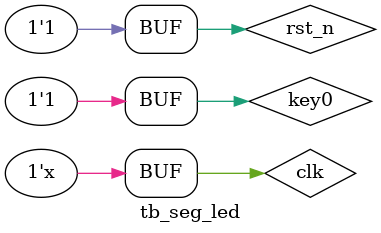
<source format=v>
`timescale 1ns / 1ps


module tb_seg_led ();
  reg        key0;
  reg        clk;
  reg        rst_n;

  wire [5:0] tled_enable;

  initial begin
    clk   <= 1'b0;
    rst_n <= 1'b1;
    key0  <= 1'b1;

    #10;
    rst_n <= 1'b0;

    #5;
    rst_n <= 1'b1;

    #5;
    key0 <= 1'b0;
    #5;
    key0 <= 1'b1;

    #5;
    key0 <= 1'b0;
    #5;
    key0 <= 1'b1;

    #5;
    key0 <= 1'b0;
    #5;
    key0 <= 1'b1;

    #5;
    key0 <= 1'b0;
    #5;
    key0 <= 1'b1;

    #5;
    key0 <= 1'b0;
    #5;
    key0 <= 1'b1;

    #5;
    key0 <= 1'b0;
    #5;
    key0 <= 1'b1;

    #5;
    key0 <= 1'b0;
    #5;
    key0 <= 1'b1;
  end

  always #1 clk = ~clk;

  seg_led u_seg_leg (
      .key0      (key0),
      .rst_n     (rst_n),
      .clk       (clk),
      .led_enable(tled_enable)
  );
endmodule

</source>
